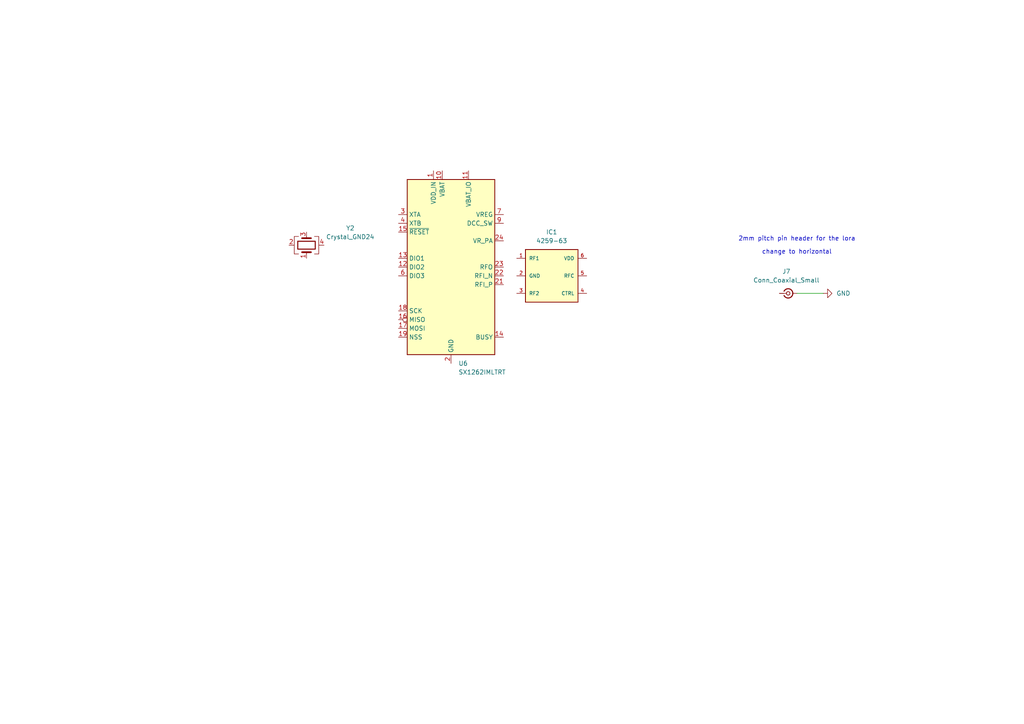
<source format=kicad_sch>
(kicad_sch (version 20250114) (generator "eeschema") (generator_version "9.0")
  (paper "A4")
  (lib_symbols
    (symbol "4259-63:4259-63" (pin_names (offset 1.016))
      (property "Reference" "IC" (at -7.62 10.16 0))
      (property "Value" "4259-63" (at 0 -10.16 0))
      (symbol "4259-63_0_0"
        (rectangle (start -7.62 -7.62) (end 7.62 7.62) (stroke (width 0.254)) (fill (type background)))
        (pin bidirectional line (at -10.16 5.08 0) (length 2.54) (name "RF1") (number "1"))
        (pin bidirectional line (at -10.16 0 0) (length 2.54) (name "GND") (number "2"))
        (pin bidirectional line (at -10.16 -5.08 0) (length 2.54) (name "RF2") (number "3"))
        (pin bidirectional line (at 10.16 5.08 180) (length 2.54) (name "VDD") (number "6"))
        (pin bidirectional line (at 10.16 0 180) (length 2.54) (name "RFC") (number "5"))
        (pin bidirectional line (at 10.16 -5.08 180) (length 2.54) (name "CTRL") (number "4"))
      )
    )
    (symbol "Connector:Conn_Coaxial_Small" (pin_numbers (hide yes)) (pin_names (offset 1.016) (hide yes))
      (property "Reference" "J" (at 0.254 3.048 0))
      (property "Value" "Conn_Coaxial_Small" (at 0 -3.81 0))
      (symbol "Conn_Coaxial_Small_0_1"
        (polyline (pts (xy -2.54 0) (xy -0.508 0)))
        (circle (center 0 0) (radius 0.508) (stroke (width 0.2032)))
      )
      (symbol "Conn_Coaxial_Small_1_1"
        (arc (start 1.3484 0.0039) (mid 0.327 -1.308) (end -1.1916 -0.6311) (stroke (width 0.3048)))
        (arc (start -1.1916 0.6311) (mid 0.327 1.3081) (end 1.3484 -0.0039) (stroke (width 0.3048)))
        (pin passive line (at -2.54 0 0) (length 1.27) (name "In") (number "1"))
        (pin passive line (at 2.54 0 180) (length 1.27) (name "Ext") (number "2"))
      )
    )
    (symbol "Device:Crystal_GND24" (pin_names (offset 1.016) (hide yes))
      (property "Reference" "Y" (at 3.175 5.08 0))
      (property "Value" "Crystal_GND24" (at 3.175 3.175 0))
      (symbol "Crystal_GND24_0_1"
        (polyline (pts (xy -2.54 2.286) (xy -2.54 3.556) (xy 2.54 3.556) (xy 2.54 2.286)))
        (polyline (pts (xy -2.54 0) (xy -2.032 0)))
        (polyline (pts (xy -2.54 -2.286) (xy -2.54 -3.556) (xy 2.54 -3.556) (xy 2.54 -2.286)))
        (polyline (pts (xy -2.032 -1.27) (xy -2.032 1.27)) (stroke (width 0.508)))
        (rectangle (start -1.143 2.54) (end 1.143 -2.54) (stroke (width 0.3048)))
        (polyline (pts (xy 0 3.556) (xy 0 3.81)))
        (polyline (pts (xy 0 -3.81) (xy 0 -3.556)))
        (polyline (pts (xy 2.032 0) (xy 2.54 0)))
        (polyline (pts (xy 2.032 -1.27) (xy 2.032 1.27)) (stroke (width 0.508)))
      )
      (symbol "Crystal_GND24_1_1"
        (pin passive line (at -3.81 0 0) (length 1.27) (name "1") (number "1"))
        (pin passive line (at 0 5.08 270) (length 1.27) (name "2") (number "2"))
        (pin passive line (at 0 -5.08 90) (length 1.27) (name "4") (number "4"))
        (pin passive line (at 3.81 0 180) (length 1.27) (name "3") (number "3"))
      )
    )
    (symbol "RF:SX1262IMLTRT"
      (property "Reference" "U" (at 13.97 24.13 0))
      (property "Value" "SX1262IMLTRT" (at 13.97 21.59 0))
      (symbol "SX1262IMLTRT_0_1"
        (rectangle (start -12.7 25.4) (end 12.7 -25.4) (stroke (width 0.254)) (fill (type background)))
      )
      (symbol "SX1262IMLTRT_1_1"
        (pin bidirectional line (at -15.24 15.24 0) (length 2.54) (name "XTA") (number "3"))
        (pin bidirectional line (at -15.24 12.7 0) (length 2.54) (name "XTB") (number "4"))
        (pin input line (at -15.24 10.16 0) (length 2.54) (name "~{RESET}") (number "15"))
        (pin bidirectional line (at -15.24 2.54 0) (length 2.54) (name "DIO1") (number "13"))
        (pin bidirectional line (at -15.24 0 0) (length 2.54) (name "DIO2") (number "12"))
        (pin bidirectional line (at -15.24 -2.54 0) (length 2.54) (name "DIO3") (number "6"))
        (pin input line (at -15.24 -12.7 0) (length 2.54) (name "SCK") (number "18"))
        (pin tri_state inverted (at -15.24 -15.24 0) (length 2.54) (name "MISO") (number "16"))
        (pin input line (at -15.24 -17.78 0) (length 2.54) (name "MOSI") (number "17"))
        (pin input line (at -15.24 -20.32 0) (length 2.54) (name "NSS") (number "19"))
        (pin power_in line (at -5.08 27.94 270) (length 2.54) (name "VDD_IN") (number "1"))
        (pin power_in line (at -2.54 27.94 270) (length 2.54) (name "VBAT") (number "10"))
        (pin power_in line (at 0 -27.94 90) (length 2.54) (name "GND") (number "2"))
        (pin passive line (at 0 -27.94 90) (length 2.54) (hide yes) (name "GND") (number "20"))
        (pin passive line (at 0 -27.94 90) (length 2.54) (hide yes) (name "GND") (number "25"))
        (pin passive line (at 0 -27.94 90) (length 2.54) (hide yes) (name "GND") (number "5"))
        (pin passive line (at 0 -27.94 90) (length 2.54) (hide yes) (name "GND") (number "8"))
        (pin power_in line (at 5.08 27.94 270) (length 2.54) (name "VBAT_IO") (number "11"))
        (pin power_out line (at 15.24 15.24 180) (length 2.54) (name "VREG") (number "7"))
        (pin power_out line (at 15.24 12.7 180) (length 2.54) (name "DCC_SW") (number "9"))
        (pin power_out line (at 15.24 7.62 180) (length 2.54) (name "VR_PA") (number "24"))
        (pin output line (at 15.24 0 180) (length 2.54) (name "RFO") (number "23"))
        (pin input line (at 15.24 -2.54 180) (length 2.54) (name "RFI_N") (number "22"))
        (pin input line (at 15.24 -5.08 180) (length 2.54) (name "RFI_P") (number "21"))
        (pin output line (at 15.24 -20.32 180) (length 2.54) (name "BUSY") (number "14"))
      )
    )
    (symbol "power:GND" (power) (pin_numbers (hide yes)) (pin_names (offset 0) (hide yes))
      (property "Value" "GND" (at 0 -3.81 0))
      (symbol "GND_0_1"
        (polyline (pts (xy 0 0) (xy 0 -1.27) (xy 1.27 -1.27) (xy 0 -2.54) (xy -1.27 -1.27) (xy 0 -1.27)))
      )
      (symbol "GND_1_1"
        (pin power_in line (at 0 0 270) (length 0) (name "~") (number "1"))
      )
    )
  )
  (text "2mm pitch pin header for the lora\n" (at 231.14 69.342 0) (effects (font (size 1.27 1.27))))
  (text "change to horizontal\n" (at 231.14 73.152 0) (effects (font (size 1.27 1.27))))
  (wire (pts (xy 238.76 85.09) (xy 231.14 85.09)))
  (symbol (lib_id "RF:SX1262IMLTRT") (at 130.81 77.47 0) (unit 1)
    (property "Reference" "U6" (at 132.9533 105.41 0) (effects (justify left)))
    (property "Value" "SX1262IMLTRT" (at 132.9533 107.95 0) (effects (justify left)))
    (property "Footprint" "Package_DFN_QFN:QFN-24-1EP_4x4mm_P0.5mm_EP2.6x2.6mm" (effects (hide yes)))
    (property "Datasheet" "https://semtech.file.force.com/sfc/dist/version/download/?oid=00DE0000000JelG&ids=0682R00000IjPWSQA3&d=%2Fa%2F2R000000Un7F%2FyT.fKdAr9ZAo3cJLc4F2cBdUsMftpT2vsOICP7NmvMo" (effects (hide yes)))
    (property "Description" "150 MHz to 960 MHz Low Power Long Range Transceiver, 22dBm output power, spreading factor from 5 to 12, LoRA, QFN-24" (effects (hide yes)))
    (property "LCSC Part" "C191341" (effects (hide yes)))
  )
  (symbol (lib_id "power:GND") (at 238.76 85.09 90) (unit 1)
    (property "Reference" "#PWR057" (effects (hide yes)))
    (property "Value" "GND" (at 242.57 85.0899 90) (effects (justify right)))
    (property "Description" "Power symbol creates a global label with name \"GND\" , ground" (effects (hide yes)))
  )
  (symbol (lib_id "Device:Crystal_GND24") (at 88.9 71.12 90) (unit 1)
    (property "Reference" "Y2" (at 101.6 66.1668 90))
    (property "Value" "Crystal_GND24" (at 101.6 68.7068 90))
    (property "Footprint" "Crystal:Crystal_SMD_2016-4Pin_2.0x1.6mm" (effects (hide yes)))
    (property "Description" "Four pin crystal, GND on pins 2 and 4" (effects (hide yes)))
    (property "LCSC Part" "C22381772" (effects (hide yes)))
  )
  (symbol (lib_id "Connector:Conn_Coaxial_Small") (at 228.6 85.09 0) (unit 1)
    (property "Reference" "J7" (at 228.0804 78.74 0))
    (property "Value" "Conn_Coaxial_Small" (at 228.0804 81.28 0))
    (property "Footprint" "Connector_Coaxial:SMA_Amphenol_132291_Vertical" (effects (hide yes)))
    (property "Description" "small coaxial connector (BNC, SMA, SMB, SMC, Cinch/RCA, LEMO, ...)" (effects (hide yes)))
    (property "LCSC Part" "C3172376" (effects (hide yes)))
  )
  (symbol (lib_id "4259-63:4259-63") (at 160.02 80.01 0) (unit 1)
    (property "Reference" "IC1" (at 160.02 67.31 0))
    (property "Value" "4259-63" (at 160.02 69.85 0))
    (property "Footprint" "4259-63:SC-70-6" (effects (hide yes)))
    (property "MF" "pSemi" (effects (hide yes)))
    (property "Description_1" "RF Switch IC General Purpose SPDT 3 GHz 50Ohm SC-70-6" (effects (hide yes)))
    (property "Package" "SOT-363 Peregrine Semiconductor" (effects (hide yes)))
    (property "Price" "None" (effects (hide yes)))
    (property "SnapEDA_Link" "https://www.snapeda.com/parts/4259-63/pSemi/view-part/?ref=snap" (effects (hide yes)))
    (property "MP" "4259-63" (effects (hide yes)))
    (property "Purchase-URL" "https://www.snapeda.com/api/url_track_click_mouser/?unipart_id=903983&manufacturer=pSemi&part_name=4259-63&search_term=psemi pe4259-63" (effects (hide yes)))
    (property "Availability" "In Stock" (effects (hide yes)))
    (property "Check_prices" "https://www.snapeda.com/parts/4259-63/pSemi/view-part/?ref=eda" (effects (hide yes)))
    (property "LCSC Part" "C470892" (effects (hide yes)))
  )
)
</source>
